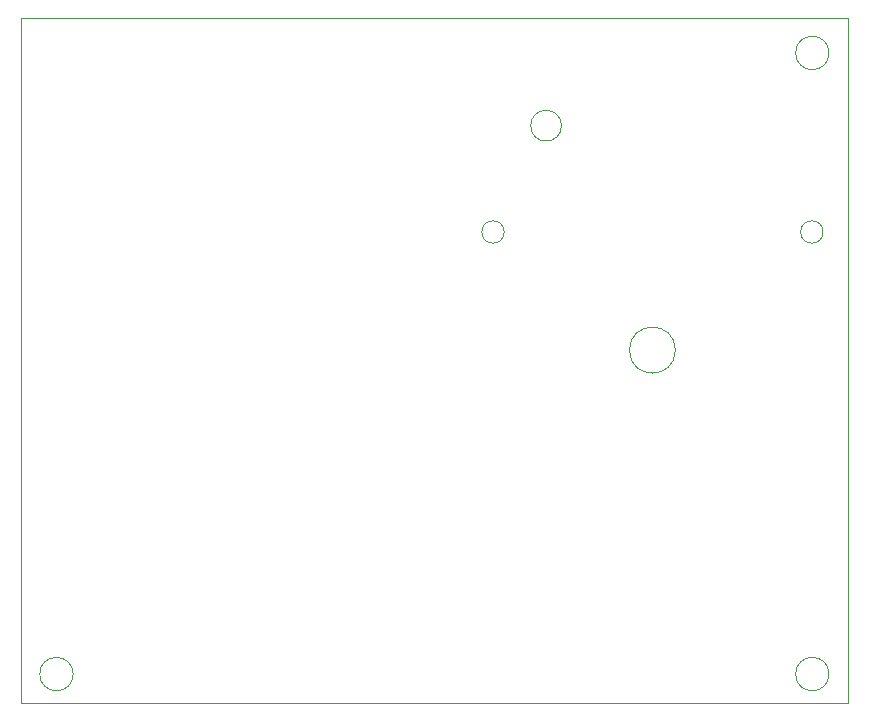
<source format=gbr>
%TF.GenerationSoftware,KiCad,Pcbnew,8.0.8*%
%TF.CreationDate,2025-02-21T09:36:53-08:00*%
%TF.ProjectId,PCB_Design,5043425f-4465-4736-9967-6e2e6b696361,V1.0*%
%TF.SameCoordinates,Original*%
%TF.FileFunction,Profile,NP*%
%FSLAX46Y46*%
G04 Gerber Fmt 4.6, Leading zero omitted, Abs format (unit mm)*
G04 Created by KiCad (PCBNEW 8.0.8) date 2025-02-21 09:36:53*
%MOMM*%
%LPD*%
G01*
G04 APERTURE LIST*
%TA.AperFunction,Profile*%
%ADD10C,0.050000*%
%TD*%
G04 APERTURE END LIST*
D10*
X108414214Y-94585787D02*
G75*
G02*
X105585786Y-94585787I-1414214J0D01*
G01*
X105585786Y-94585787D02*
G75*
G02*
X108414214Y-94585787I1414214J0D01*
G01*
X44414214Y-94585787D02*
G75*
G02*
X41585786Y-94585787I-1414214J0D01*
G01*
X41585786Y-94585787D02*
G75*
G02*
X44414214Y-94585787I1414214J0D01*
G01*
X108414214Y-42000000D02*
G75*
G02*
X105585786Y-42000000I-1414214J0D01*
G01*
X105585786Y-42000000D02*
G75*
G02*
X108414214Y-42000000I1414214J0D01*
G01*
X40000000Y-39000000D02*
X110000000Y-39000000D01*
X110000000Y-97000000D01*
X40000000Y-97000000D01*
X40000000Y-39000000D01*
%TO.C,M1*%
X80910000Y-57160000D02*
G75*
G02*
X79010000Y-57160000I-950000J0D01*
G01*
X79010000Y-57160000D02*
G75*
G02*
X80910000Y-57160000I950000J0D01*
G01*
X85760000Y-48160000D02*
G75*
G02*
X83160000Y-48160000I-1300000J0D01*
G01*
X83160000Y-48160000D02*
G75*
G02*
X85760000Y-48160000I1300000J0D01*
G01*
X95410000Y-67160000D02*
G75*
G02*
X91510000Y-67160000I-1950000J0D01*
G01*
X91510000Y-67160000D02*
G75*
G02*
X95410000Y-67160000I1950000J0D01*
G01*
X107910000Y-57160000D02*
G75*
G02*
X106010000Y-57160000I-950000J0D01*
G01*
X106010000Y-57160000D02*
G75*
G02*
X107910000Y-57160000I950000J0D01*
G01*
%TD*%
M02*

</source>
